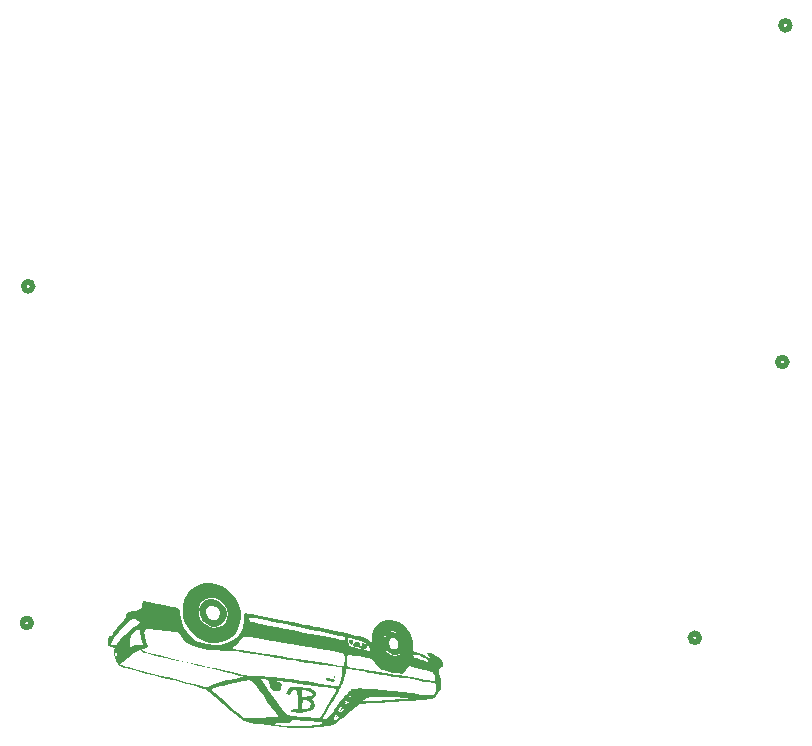
<source format=gbr>
%TF.GenerationSoftware,KiCad,Pcbnew,9.0.5*%
%TF.CreationDate,2025-11-19T11:21:45-07:00*%
%TF.ProjectId,USlave,55536c61-7665-42e6-9b69-6361645f7063,rev?*%
%TF.SameCoordinates,Original*%
%TF.FileFunction,Legend,Bot*%
%TF.FilePolarity,Positive*%
%FSLAX46Y46*%
G04 Gerber Fmt 4.6, Leading zero omitted, Abs format (unit mm)*
G04 Created by KiCad (PCBNEW 9.0.5) date 2025-11-19 11:21:45*
%MOMM*%
%LPD*%
G01*
G04 APERTURE LIST*
%ADD10C,0.508000*%
%ADD11C,0.000000*%
G04 APERTURE END LIST*
D10*
%TO.C,J9*%
X222681001Y-53884500D02*
G75*
G02*
X221919001Y-53884500I-381000J0D01*
G01*
X221919001Y-53884500D02*
G75*
G02*
X222681001Y-53884500I381000J0D01*
G01*
%TO.C,J6*%
X158573537Y-75982317D02*
G75*
G02*
X157811537Y-75982317I-381000J0D01*
G01*
X157811537Y-75982317D02*
G75*
G02*
X158573537Y-75982317I381000J0D01*
G01*
%TO.C,J8*%
X222423999Y-82384499D02*
G75*
G02*
X221661999Y-82384499I-381000J0D01*
G01*
X221661999Y-82384499D02*
G75*
G02*
X222423999Y-82384499I381000J0D01*
G01*
%TO.C,J7*%
X158460538Y-104482316D02*
G75*
G02*
X157698538Y-104482316I-381000J0D01*
G01*
X157698538Y-104482316D02*
G75*
G02*
X158460538Y-104482316I381000J0D01*
G01*
%TO.C,J1*%
X215018000Y-105735700D02*
G75*
G02*
X214256000Y-105735700I-381000J0D01*
G01*
X214256000Y-105735700D02*
G75*
G02*
X215018000Y-105735700I381000J0D01*
G01*
D11*
%TO.C,G\u002A\u002A\u002A*%
G36*
X184183956Y-108996257D02*
G01*
X184190325Y-109079696D01*
X184175953Y-109096417D01*
X184092514Y-109102785D01*
X184075792Y-109088414D01*
X184069424Y-109004975D01*
X184083796Y-108988253D01*
X184167235Y-108981885D01*
X184183956Y-108996257D01*
G37*
G36*
X184335010Y-112399512D02*
G01*
X184265110Y-112490086D01*
X184198212Y-112543669D01*
X184161784Y-112537798D01*
X184170631Y-112502912D01*
X184237303Y-112406665D01*
X184279455Y-112372242D01*
X184340629Y-112358953D01*
X184335010Y-112399512D01*
G37*
G36*
X183647484Y-109161972D02*
G01*
X183854050Y-109201452D01*
X184070250Y-109266409D01*
X184180620Y-109336385D01*
X184174307Y-109406344D01*
X184120033Y-109432502D01*
X183970743Y-109439735D01*
X183781923Y-109412265D01*
X183595341Y-109360034D01*
X183452762Y-109292984D01*
X183395955Y-109221059D01*
X183408663Y-109170957D01*
X183481939Y-109145292D01*
X183647484Y-109161972D01*
G37*
G36*
X185670326Y-105934965D02*
G01*
X185718415Y-105979019D01*
X185717051Y-105990588D01*
X185675662Y-106155161D01*
X185609931Y-106275898D01*
X185541723Y-106311639D01*
X185489669Y-106273422D01*
X185408872Y-106161073D01*
X185384069Y-106106657D01*
X185438166Y-106106657D01*
X185470075Y-106138566D01*
X185501985Y-106106657D01*
X185470075Y-106074747D01*
X185438166Y-106106657D01*
X185384069Y-106106657D01*
X185350252Y-106032466D01*
X185344233Y-105944203D01*
X185346149Y-105941442D01*
X185426069Y-105910768D01*
X185553502Y-105910412D01*
X185670326Y-105934965D01*
G37*
G36*
X174116043Y-102513979D02*
G01*
X174428423Y-102679480D01*
X174698285Y-102922699D01*
X174900800Y-103233704D01*
X174912893Y-103259905D01*
X175017739Y-103590943D01*
X175010906Y-103900421D01*
X174892060Y-104226426D01*
X174810146Y-104357151D01*
X174576012Y-104584610D01*
X174285411Y-104740512D01*
X173980559Y-104798365D01*
X173881713Y-104788715D01*
X173626489Y-104710221D01*
X173354291Y-104573926D01*
X173111752Y-104405424D01*
X172945509Y-104230309D01*
X172898723Y-104155763D01*
X172739195Y-103787432D01*
X172711135Y-103566298D01*
X173256098Y-103566298D01*
X173313662Y-103779495D01*
X173439547Y-103970495D01*
X173615352Y-104119036D01*
X173822678Y-104204856D01*
X174043122Y-104207693D01*
X174258286Y-104107285D01*
X174364525Y-103980139D01*
X174441952Y-103727572D01*
X174450945Y-103651314D01*
X174447074Y-103505034D01*
X174387910Y-103384922D01*
X174252460Y-103236580D01*
X174103269Y-103113136D01*
X173858743Y-103011371D01*
X173621062Y-103029277D01*
X173405365Y-103168078D01*
X173285256Y-103351166D01*
X173256098Y-103566298D01*
X172711135Y-103566298D01*
X172693384Y-103426401D01*
X172758579Y-103089733D01*
X172932070Y-102794491D01*
X173211148Y-102557737D01*
X173463041Y-102455868D01*
X173785973Y-102436131D01*
X174116043Y-102513979D01*
G37*
G36*
X173659571Y-101118494D02*
G01*
X174129818Y-101199727D01*
X174563800Y-101355365D01*
X175041250Y-101643790D01*
X175452155Y-102016250D01*
X175781828Y-102451823D01*
X176023588Y-102933387D01*
X176170748Y-103443821D01*
X176216625Y-103966006D01*
X176154535Y-104482819D01*
X175977794Y-104977141D01*
X175776295Y-105303054D01*
X175432782Y-105662068D01*
X175017852Y-105935364D01*
X174552172Y-106113023D01*
X174056412Y-106185125D01*
X173551240Y-106141750D01*
X173106970Y-106010001D01*
X172598843Y-105750688D01*
X172154908Y-105400323D01*
X171787660Y-104973988D01*
X171509598Y-104486764D01*
X171333219Y-103953732D01*
X171290059Y-103562559D01*
X172622624Y-103562559D01*
X172651372Y-103786781D01*
X172782189Y-104150866D01*
X173019048Y-104449852D01*
X173368745Y-104694046D01*
X173564853Y-104785124D01*
X173943235Y-104875893D01*
X174296706Y-104848143D01*
X174613645Y-104703786D01*
X174882433Y-104444737D01*
X174939384Y-104361040D01*
X175063513Y-104044528D01*
X175088219Y-103695701D01*
X175020865Y-103340906D01*
X174868814Y-103006487D01*
X174639428Y-102718789D01*
X174340072Y-102504158D01*
X173990213Y-102374208D01*
X173617213Y-102342434D01*
X173271996Y-102425028D01*
X172971790Y-102620523D01*
X172859125Y-102733579D01*
X172700993Y-102963444D01*
X172627303Y-103225893D01*
X172622624Y-103562559D01*
X171290059Y-103562559D01*
X171271017Y-103389974D01*
X171285881Y-103099950D01*
X171398138Y-102577013D01*
X171613444Y-102112692D01*
X171923403Y-101719102D01*
X172319620Y-101408359D01*
X172793699Y-101192580D01*
X173196800Y-101115687D01*
X173659571Y-101118494D01*
G37*
G36*
X180994597Y-109929462D02*
G01*
X181301841Y-109936652D01*
X181354618Y-109938413D01*
X181670230Y-109952244D01*
X181892848Y-109972096D01*
X182052896Y-110003663D01*
X182180802Y-110052637D01*
X182306991Y-110124710D01*
X182474858Y-110262271D01*
X182570713Y-110440610D01*
X182545011Y-110618452D01*
X182396036Y-110783110D01*
X182225766Y-110907143D01*
X182364127Y-111131016D01*
X182428746Y-111241901D01*
X182489457Y-111406101D01*
X182465611Y-111543702D01*
X182356599Y-111700675D01*
X182205536Y-111843309D01*
X181949320Y-111975173D01*
X181610349Y-112049758D01*
X181170447Y-112072765D01*
X180996455Y-112070633D01*
X180719685Y-112053041D01*
X180550253Y-112014282D01*
X180475029Y-111950244D01*
X180480883Y-111856816D01*
X180487438Y-111842737D01*
X180585063Y-111775746D01*
X180787176Y-111754647D01*
X181054263Y-111754647D01*
X181417563Y-111754647D01*
X181656884Y-111752617D01*
X181687491Y-111751973D01*
X181930336Y-111704795D01*
X182072963Y-111581071D01*
X182119573Y-111377395D01*
X182110417Y-111265484D01*
X182048910Y-111162642D01*
X181898256Y-111081290D01*
X181779289Y-111033773D01*
X181589688Y-110982191D01*
X181480131Y-111012906D01*
X181429722Y-111138544D01*
X181417563Y-111371732D01*
X181417563Y-111754647D01*
X181054263Y-111754647D01*
X181033674Y-111371732D01*
X181012426Y-110976555D01*
X180997829Y-110746697D01*
X180996557Y-110733541D01*
X181353744Y-110733541D01*
X181647038Y-110733541D01*
X181717736Y-110730144D01*
X181918488Y-110693779D01*
X182110427Y-110629628D01*
X182254344Y-110552765D01*
X182311030Y-110478265D01*
X182310249Y-110474476D01*
X182250530Y-110415805D01*
X182124835Y-110331977D01*
X182078373Y-110307590D01*
X181872475Y-110231941D01*
X181646192Y-110181905D01*
X181353744Y-110141820D01*
X181353744Y-110437681D01*
X181353744Y-110733541D01*
X180996557Y-110733541D01*
X180968209Y-110440316D01*
X180967754Y-110437681D01*
X180933318Y-110238046D01*
X180894832Y-110151643D01*
X180775569Y-110135591D01*
X180617380Y-110188173D01*
X180477548Y-110286184D01*
X180407973Y-110402844D01*
X180365200Y-110501718D01*
X180236237Y-110542084D01*
X180133399Y-110527506D01*
X180043337Y-110474843D01*
X180038124Y-110417003D01*
X180091820Y-110286085D01*
X180193734Y-110136983D01*
X180315301Y-110009242D01*
X180427955Y-109942404D01*
X180524210Y-109933211D01*
X180725053Y-109928383D01*
X180994597Y-109929462D01*
G37*
G36*
X168107040Y-102655521D02*
G01*
X168259815Y-102674392D01*
X168478214Y-102711442D01*
X168777008Y-102768935D01*
X169170963Y-102849135D01*
X169674849Y-102954306D01*
X169687761Y-102957017D01*
X170058461Y-103034438D01*
X170384700Y-103101794D01*
X170646376Y-103154996D01*
X170823386Y-103189955D01*
X170895624Y-103202583D01*
X170953808Y-103262034D01*
X171019747Y-103428344D01*
X171086578Y-103681284D01*
X171147905Y-104000627D01*
X171234482Y-104416071D01*
X171394357Y-104871574D01*
X171621336Y-105259705D01*
X171930093Y-105610669D01*
X172032397Y-105705899D01*
X172228666Y-105861533D01*
X172439615Y-105983230D01*
X172693270Y-106083153D01*
X173017659Y-106173466D01*
X173440807Y-106266333D01*
X173509865Y-106280046D01*
X173966866Y-106345472D01*
X174365054Y-106345490D01*
X174751185Y-106276556D01*
X175172015Y-106135128D01*
X175192864Y-106126862D01*
X175555357Y-105959298D01*
X175824938Y-105772589D01*
X176034279Y-105538354D01*
X176216050Y-105228214D01*
X176280433Y-105096947D01*
X176366424Y-104895352D01*
X176414373Y-104714089D01*
X176435162Y-104503873D01*
X176439673Y-104215419D01*
X176440121Y-104158440D01*
X176916324Y-104158440D01*
X176934893Y-104257403D01*
X176982819Y-104369591D01*
X177104492Y-104415451D01*
X177144050Y-104418077D01*
X177308815Y-104442431D01*
X177544822Y-104486852D01*
X177815017Y-104544603D01*
X177869230Y-104556784D01*
X178210864Y-104630950D01*
X178565614Y-104704490D01*
X178864799Y-104763106D01*
X178977620Y-104784410D01*
X179252956Y-104837375D01*
X179610195Y-104906927D01*
X180034540Y-104990118D01*
X180511196Y-105084002D01*
X181025368Y-105185634D01*
X181562261Y-105292067D01*
X182107078Y-105400354D01*
X182645026Y-105507551D01*
X183161307Y-105610711D01*
X183641128Y-105706887D01*
X184069692Y-105793133D01*
X184432205Y-105866504D01*
X184713870Y-105924053D01*
X184899893Y-105962834D01*
X184975477Y-105979901D01*
X185029456Y-105964019D01*
X185055251Y-105847375D01*
X185036129Y-105738313D01*
X185006177Y-105701616D01*
X185233683Y-105701616D01*
X185277239Y-105992069D01*
X185290217Y-106073874D01*
X185323937Y-106254054D01*
X185351799Y-106363317D01*
X185353683Y-106366786D01*
X185432885Y-106414147D01*
X185597648Y-106477302D01*
X185813654Y-106546529D01*
X186046588Y-106612104D01*
X186262132Y-106664306D01*
X186425970Y-106693411D01*
X186503785Y-106689698D01*
X186505022Y-106688133D01*
X186464429Y-106655962D01*
X186339838Y-106619012D01*
X186305139Y-106610708D01*
X186191812Y-106556048D01*
X186181747Y-106469346D01*
X186195621Y-106403952D01*
X186155517Y-106446347D01*
X186054491Y-106500046D01*
X185862310Y-106487109D01*
X185823115Y-106479365D01*
X185685311Y-106444244D01*
X185629623Y-106416066D01*
X185637101Y-106391297D01*
X185655536Y-106361933D01*
X185884899Y-106361933D01*
X185916809Y-106393843D01*
X185948719Y-106361933D01*
X185916809Y-106330024D01*
X185884899Y-106361933D01*
X185655536Y-106361933D01*
X185700489Y-106290330D01*
X185799325Y-106164193D01*
X185897954Y-106056516D01*
X185960720Y-106010928D01*
X185984466Y-106021640D01*
X186012538Y-106106657D01*
X186019738Y-106150695D01*
X186076357Y-106202385D01*
X186091611Y-106200531D01*
X186140176Y-106138566D01*
X186154870Y-106070598D01*
X186199587Y-106078950D01*
X186253912Y-106164426D01*
X186296736Y-106304635D01*
X186313200Y-106384513D01*
X186350310Y-106491846D01*
X186384319Y-106472257D01*
X186386777Y-106461428D01*
X186586910Y-106461428D01*
X186600497Y-106533850D01*
X186650729Y-106553390D01*
X186675653Y-106530641D01*
X186714548Y-106421986D01*
X186707969Y-106381442D01*
X186650729Y-106330024D01*
X186612947Y-106355696D01*
X186586910Y-106461428D01*
X186386777Y-106461428D01*
X186417477Y-106326148D01*
X186461176Y-106214602D01*
X186562513Y-106192816D01*
X186708767Y-106235449D01*
X186849802Y-106314947D01*
X186906005Y-106400284D01*
X186873541Y-106527676D01*
X186779328Y-106659170D01*
X186664438Y-106720489D01*
X186652566Y-106721765D01*
X186647063Y-106742463D01*
X186746457Y-106776757D01*
X186760073Y-106780197D01*
X186991885Y-106826173D01*
X187121162Y-106819512D01*
X187161281Y-106759662D01*
X187154972Y-106714847D01*
X187077391Y-106552725D01*
X186935386Y-106367400D01*
X186759344Y-106194847D01*
X186579652Y-106071045D01*
X186545363Y-106054659D01*
X186336930Y-105975334D01*
X186064414Y-105892089D01*
X185777573Y-105820471D01*
X185233683Y-105701616D01*
X185006177Y-105701616D01*
X184975477Y-105664003D01*
X184933931Y-105652812D01*
X184769152Y-105612858D01*
X184518347Y-105554678D01*
X184207501Y-105484073D01*
X183862595Y-105406842D01*
X183509613Y-105328784D01*
X183174537Y-105255698D01*
X182883350Y-105193384D01*
X182662035Y-105147641D01*
X182532503Y-105121173D01*
X182199534Y-105050145D01*
X181829558Y-104968255D01*
X181481382Y-104888415D01*
X181481139Y-104888358D01*
X181102299Y-104803331D01*
X180626689Y-104702542D01*
X180083330Y-104591732D01*
X179501245Y-104476637D01*
X178909455Y-104362997D01*
X178336982Y-104256550D01*
X177812848Y-104163034D01*
X177468351Y-104103263D01*
X177212041Y-104062121D01*
X177046660Y-104045135D01*
X176954231Y-104054238D01*
X176916778Y-104091363D01*
X176916324Y-104158440D01*
X176440121Y-104158440D01*
X176440835Y-104067627D01*
X176452386Y-103825803D01*
X176477930Y-103690676D01*
X176519447Y-103648148D01*
X176526457Y-103648538D01*
X176631728Y-103664271D01*
X176839750Y-103700372D01*
X177131743Y-103753275D01*
X177488926Y-103819417D01*
X177892517Y-103895232D01*
X178323735Y-103977157D01*
X178763800Y-104061628D01*
X179193931Y-104145079D01*
X179595347Y-104223947D01*
X179949267Y-104294667D01*
X180236910Y-104353675D01*
X180292454Y-104365268D01*
X180635337Y-104435778D01*
X180990716Y-104507442D01*
X181289925Y-104566389D01*
X181557868Y-104618769D01*
X181920960Y-104690956D01*
X182247211Y-104756958D01*
X182418906Y-104791740D01*
X182719160Y-104851776D01*
X183088032Y-104924970D01*
X183494241Y-105005116D01*
X183906508Y-105086013D01*
X184156619Y-105136298D01*
X184652735Y-105242019D01*
X185166525Y-105357880D01*
X185650221Y-105472982D01*
X186056056Y-105576426D01*
X186207386Y-105617086D01*
X186533695Y-105707142D01*
X186763109Y-105777036D01*
X186915109Y-105835044D01*
X187009176Y-105889440D01*
X187064788Y-105948499D01*
X187101426Y-106020497D01*
X187111002Y-106043315D01*
X187185391Y-106189273D01*
X187236147Y-106215212D01*
X187266621Y-106118835D01*
X187273893Y-106000132D01*
X188250191Y-106000132D01*
X188263322Y-106293104D01*
X188339237Y-106578927D01*
X188478975Y-106825249D01*
X188668421Y-107023191D01*
X188944049Y-107198231D01*
X189225984Y-107263762D01*
X189496749Y-107216616D01*
X189579200Y-107161111D01*
X190804481Y-107161111D01*
X190809705Y-107233489D01*
X190818781Y-107272556D01*
X190865510Y-107342835D01*
X190968428Y-107410871D01*
X191149633Y-107489378D01*
X191431224Y-107591069D01*
X191602970Y-107649073D01*
X191829990Y-107720343D01*
X191990868Y-107763925D01*
X192058631Y-107772037D01*
X192064905Y-107764842D01*
X192060666Y-107678520D01*
X191956146Y-107568175D01*
X191770009Y-107448943D01*
X191520923Y-107335962D01*
X191241218Y-107230025D01*
X191025854Y-107153625D01*
X190893788Y-107118476D01*
X190826253Y-107121872D01*
X190804481Y-107161111D01*
X189579200Y-107161111D01*
X189738867Y-107053626D01*
X189798216Y-106988074D01*
X189955033Y-106706619D01*
X190012857Y-106389040D01*
X189977446Y-106062606D01*
X189854555Y-105754588D01*
X189649939Y-105492257D01*
X189369354Y-105302883D01*
X189307509Y-105275457D01*
X189103563Y-105204061D01*
X188946681Y-105196861D01*
X188788668Y-105249422D01*
X188739499Y-105274461D01*
X188742605Y-105289826D01*
X188861831Y-105273228D01*
X189014048Y-105264409D01*
X189297485Y-105334827D01*
X189558205Y-105502018D01*
X189770168Y-105746652D01*
X189907339Y-106049398D01*
X189919683Y-106096721D01*
X189952213Y-106433679D01*
X189889128Y-106721302D01*
X189748994Y-106949076D01*
X189550380Y-107106488D01*
X189311851Y-107183024D01*
X189051974Y-107168172D01*
X188789317Y-107051418D01*
X188542446Y-106822248D01*
X188516349Y-106789198D01*
X188408900Y-106620677D01*
X188350575Y-106436485D01*
X188326534Y-106219663D01*
X188702541Y-106219663D01*
X188786308Y-106453097D01*
X188828552Y-106525341D01*
X188984211Y-106669213D01*
X189204154Y-106712938D01*
X189361749Y-106663600D01*
X189471741Y-106527471D01*
X189518295Y-106337054D01*
X189493719Y-106124962D01*
X189390318Y-105923806D01*
X189312290Y-105844893D01*
X189129049Y-105760102D01*
X188943204Y-105777084D01*
X188792287Y-105897490D01*
X188724087Y-106021539D01*
X188702541Y-106219663D01*
X188326534Y-106219663D01*
X188322232Y-106180868D01*
X188313519Y-105983575D01*
X188326611Y-105822050D01*
X188376970Y-105699346D01*
X188476709Y-105567352D01*
X188488004Y-105553895D01*
X188580992Y-105435821D01*
X188591555Y-105397023D01*
X188523993Y-105424509D01*
X188408122Y-105522148D01*
X188298805Y-105732363D01*
X188250191Y-106000132D01*
X187273893Y-106000132D01*
X187280160Y-105897843D01*
X187283875Y-105823314D01*
X187334503Y-105496049D01*
X187426654Y-105189642D01*
X187508763Y-105013908D01*
X187764424Y-104659283D01*
X188092742Y-104402026D01*
X188479906Y-104248591D01*
X188912102Y-104205432D01*
X189375519Y-104279003D01*
X189569742Y-104367070D01*
X189818175Y-104534441D01*
X190074272Y-104748719D01*
X190303301Y-104980659D01*
X190470531Y-105201019D01*
X190622034Y-105507126D01*
X190759584Y-105967898D01*
X190810887Y-106438344D01*
X190813267Y-106833850D01*
X191288871Y-106993757D01*
X191303805Y-106998836D01*
X191568979Y-107105587D01*
X191813426Y-107230691D01*
X191985953Y-107348126D01*
X192166900Y-107489806D01*
X192288887Y-107550387D01*
X192329210Y-107524927D01*
X192278547Y-107420315D01*
X192127578Y-107243440D01*
X192067171Y-107176844D01*
X191981855Y-107057418D01*
X191967633Y-106990842D01*
X191987201Y-106982893D01*
X192103737Y-106998729D01*
X192288489Y-107058184D01*
X192509881Y-107147819D01*
X192736336Y-107254197D01*
X192936275Y-107363879D01*
X193078124Y-107463427D01*
X193210515Y-107613870D01*
X193316891Y-107876041D01*
X193319187Y-107889889D01*
X193331624Y-108033280D01*
X193298728Y-108140768D01*
X193199819Y-108247325D01*
X193014219Y-108387924D01*
X192972524Y-108420372D01*
X192933902Y-108481993D01*
X192944582Y-108580214D01*
X193003349Y-108756095D01*
X193058565Y-108959668D01*
X193108409Y-109237114D01*
X193139774Y-109520978D01*
X193151074Y-109698648D01*
X193151656Y-109889180D01*
X193121673Y-110034633D01*
X193048649Y-110184195D01*
X192920108Y-110387050D01*
X192834188Y-110514114D01*
X192694043Y-110688256D01*
X192543949Y-110813495D01*
X192360369Y-110899423D01*
X192119766Y-110955629D01*
X191798602Y-110991701D01*
X191373342Y-111017230D01*
X191197705Y-111026305D01*
X190779493Y-111050785D01*
X190303592Y-111081505D01*
X189816082Y-111115434D01*
X189363040Y-111149538D01*
X189163248Y-111164863D01*
X188668563Y-111199989D01*
X188148767Y-111233704D01*
X187654617Y-111262797D01*
X187236870Y-111284056D01*
X186259443Y-111327916D01*
X185226568Y-112185286D01*
X185145285Y-112252600D01*
X184831494Y-112509533D01*
X184546191Y-112738717D01*
X184306671Y-112926544D01*
X184130225Y-113059405D01*
X184034146Y-113123692D01*
X184027861Y-113126567D01*
X183904061Y-113157959D01*
X183677863Y-113195697D01*
X183371722Y-113236741D01*
X183008090Y-113278050D01*
X182609420Y-113316585D01*
X182589481Y-113318346D01*
X182115265Y-113357898D01*
X181734498Y-113383187D01*
X181415052Y-113394767D01*
X181124803Y-113393187D01*
X180831624Y-113379000D01*
X180503390Y-113352759D01*
X179784980Y-113284505D01*
X179102718Y-113212663D01*
X178472113Y-113139223D01*
X177905778Y-113065915D01*
X177748736Y-113042991D01*
X178995578Y-113042991D01*
X179035252Y-113064288D01*
X179168049Y-113090017D01*
X179405283Y-113122737D01*
X179758266Y-113165008D01*
X179805072Y-113170376D01*
X180207083Y-113211578D01*
X180556343Y-113234916D01*
X180897756Y-113241352D01*
X181276226Y-113231848D01*
X181736658Y-113207363D01*
X181983112Y-113190549D01*
X182435520Y-113147816D01*
X182777783Y-113096940D01*
X183005545Y-113038887D01*
X183114452Y-112974621D01*
X183100147Y-112905109D01*
X183099570Y-112904620D01*
X183017866Y-112883940D01*
X182830197Y-112857514D01*
X182557379Y-112827628D01*
X182220226Y-112796569D01*
X181839553Y-112766624D01*
X180634156Y-112679377D01*
X180439089Y-112823293D01*
X180382938Y-112861778D01*
X180241750Y-112926833D01*
X180059687Y-112958997D01*
X179793732Y-112967912D01*
X179553084Y-112973479D01*
X179287652Y-112989935D01*
X179088166Y-113013359D01*
X179037716Y-113023564D01*
X178995578Y-113042991D01*
X177748736Y-113042991D01*
X177416327Y-112994468D01*
X177016371Y-112926612D01*
X176718525Y-112864077D01*
X176535402Y-112808593D01*
X176446847Y-112756903D01*
X176264136Y-112626598D01*
X176162275Y-112548280D01*
X183140678Y-112548280D01*
X183142122Y-112552415D01*
X183213549Y-112575060D01*
X183359426Y-112584295D01*
X183387173Y-112583966D01*
X183461840Y-112574971D01*
X183516266Y-112550970D01*
X184059207Y-112550970D01*
X184117779Y-112631461D01*
X184176237Y-112680002D01*
X184250524Y-112679215D01*
X184360594Y-112591142D01*
X184507171Y-112454585D01*
X184376435Y-112323849D01*
X184245700Y-112193113D01*
X184133620Y-112364168D01*
X184074637Y-112462834D01*
X184059207Y-112550970D01*
X183516266Y-112550970D01*
X183533718Y-112543274D01*
X183615326Y-112475130D01*
X183719182Y-112356795D01*
X183857804Y-112174523D01*
X184043711Y-111914569D01*
X184062323Y-111887953D01*
X184461626Y-111887953D01*
X184536432Y-111970533D01*
X184628193Y-112043681D01*
X184710571Y-112063646D01*
X184736156Y-111978014D01*
X184747275Y-111933370D01*
X184831884Y-111882285D01*
X184875922Y-111875085D01*
X184927613Y-111818466D01*
X184923489Y-111795042D01*
X184860163Y-111755813D01*
X184764856Y-111776907D01*
X184695415Y-111850375D01*
X184671094Y-111895227D01*
X184598071Y-111946104D01*
X184584012Y-111906080D01*
X184636808Y-111804266D01*
X184702925Y-111697207D01*
X184736156Y-111612808D01*
X184712854Y-111565665D01*
X184637655Y-111598688D01*
X184531407Y-111717262D01*
X184469021Y-111811326D01*
X184461626Y-111887953D01*
X184062323Y-111887953D01*
X184289422Y-111563189D01*
X184313881Y-111528153D01*
X184433155Y-111361127D01*
X184935150Y-111361127D01*
X185023342Y-111367673D01*
X185124102Y-111349051D01*
X185274861Y-111273974D01*
X185317128Y-111240897D01*
X185356302Y-111191721D01*
X185293987Y-111180275D01*
X185231405Y-111165211D01*
X185131073Y-111076351D01*
X185129704Y-111074646D01*
X186559470Y-111074646D01*
X186582668Y-111098372D01*
X186666869Y-111110452D01*
X186828688Y-111112154D01*
X187084744Y-111104747D01*
X187451651Y-111089499D01*
X187528276Y-111086036D01*
X187931464Y-111064900D01*
X188337301Y-111039476D01*
X188702385Y-111012659D01*
X188983309Y-110987343D01*
X189045623Y-110981015D01*
X189371950Y-110953511D01*
X189695116Y-110933918D01*
X189953367Y-110926132D01*
X190142597Y-110919119D01*
X190294133Y-110899263D01*
X190352236Y-110871251D01*
X190297271Y-110852937D01*
X190133939Y-110832041D01*
X189882134Y-110811070D01*
X189561895Y-110791678D01*
X189193262Y-110775522D01*
X188727558Y-110759769D01*
X188196077Y-110746520D01*
X187767922Y-110743846D01*
X187429246Y-110753072D01*
X187166205Y-110775519D01*
X186964953Y-110812511D01*
X186811646Y-110865372D01*
X186692438Y-110935425D01*
X186593484Y-111023992D01*
X186580658Y-111038007D01*
X186559470Y-111074646D01*
X185129704Y-111074646D01*
X185088736Y-111023606D01*
X185031132Y-111040031D01*
X185020446Y-111068856D01*
X185058029Y-111150082D01*
X185081728Y-111194204D01*
X185011206Y-111280101D01*
X184956570Y-111322886D01*
X184935150Y-111361127D01*
X184433155Y-111361127D01*
X184536714Y-111216108D01*
X184738732Y-110945376D01*
X184907260Y-110732060D01*
X185023382Y-110599393D01*
X185284996Y-110599393D01*
X185317179Y-110687776D01*
X185418442Y-110804038D01*
X185515254Y-110887606D01*
X185557903Y-110903143D01*
X185542575Y-110835995D01*
X185532333Y-110751748D01*
X185600332Y-110603009D01*
X185653470Y-110523221D01*
X185636982Y-110450904D01*
X185576460Y-110458586D01*
X185498327Y-110548918D01*
X185498209Y-110549139D01*
X185430122Y-110637071D01*
X185375464Y-110607711D01*
X185346625Y-110575225D01*
X185288562Y-110589813D01*
X185284996Y-110599393D01*
X185023382Y-110599393D01*
X185029624Y-110592262D01*
X185093148Y-110542084D01*
X185174288Y-110500417D01*
X185258321Y-110382536D01*
X185327974Y-110275024D01*
X185409672Y-110222988D01*
X185450422Y-110211972D01*
X185525064Y-110127260D01*
X185556471Y-110099331D01*
X185700457Y-110061169D01*
X185940949Y-110037418D01*
X186258567Y-110028416D01*
X186633931Y-110034498D01*
X187047661Y-110056003D01*
X187480377Y-110093266D01*
X187680332Y-110113219D01*
X188022506Y-110145591D01*
X188429651Y-110182742D01*
X188866859Y-110221498D01*
X189299221Y-110258685D01*
X189640321Y-110290152D01*
X190073309Y-110336772D01*
X190480726Y-110387390D01*
X190828653Y-110437731D01*
X191083168Y-110483520D01*
X191158051Y-110498897D01*
X191479584Y-110553360D01*
X191794921Y-110591521D01*
X192045284Y-110605903D01*
X192167476Y-110602887D01*
X192431841Y-110557809D01*
X192599658Y-110445744D01*
X192687900Y-110250148D01*
X192713543Y-109954472D01*
X192712312Y-109850019D01*
X192690481Y-109670390D01*
X192620699Y-109571529D01*
X192476518Y-109529652D01*
X192231494Y-109520978D01*
X192146560Y-109517396D01*
X191934369Y-109494041D01*
X191680996Y-109454522D01*
X191419986Y-109405395D01*
X191184887Y-109353218D01*
X191009245Y-109304546D01*
X190926608Y-109265937D01*
X190924738Y-109264295D01*
X190841442Y-109241983D01*
X190658839Y-109212097D01*
X190402240Y-109178342D01*
X190096960Y-109144427D01*
X189792891Y-109110934D01*
X189428530Y-109065364D01*
X189099814Y-109018886D01*
X188852487Y-108977633D01*
X188751921Y-108959429D01*
X188446306Y-108910855D01*
X188095349Y-108861836D01*
X187756674Y-108820627D01*
X187604905Y-108801785D01*
X187277169Y-108749196D01*
X186976548Y-108686825D01*
X186753118Y-108624461D01*
X186604311Y-108578211D01*
X186356620Y-108521721D01*
X186157725Y-108499517D01*
X186155025Y-108499509D01*
X185920256Y-108482230D01*
X185693442Y-108441892D01*
X185549928Y-108405055D01*
X185332185Y-108352217D01*
X185203715Y-108333968D01*
X185141031Y-108353414D01*
X185120646Y-108413657D01*
X185119070Y-108517803D01*
X185119027Y-108526378D01*
X185102355Y-108688821D01*
X185064660Y-108790250D01*
X185040448Y-108831687D01*
X184985451Y-108975387D01*
X184928455Y-109169973D01*
X184904511Y-109254380D01*
X184807107Y-109525798D01*
X184695680Y-109768338D01*
X184644875Y-109865655D01*
X184572945Y-110019281D01*
X184544698Y-110104650D01*
X184540499Y-110117917D01*
X184487702Y-110222524D01*
X184381949Y-110413539D01*
X184232813Y-110674157D01*
X184049868Y-110987572D01*
X183842688Y-111336978D01*
X183764382Y-111468301D01*
X183565266Y-111804380D01*
X183393806Y-112096863D01*
X183259534Y-112329306D01*
X183171981Y-112485260D01*
X183140678Y-112548280D01*
X176162275Y-112548280D01*
X176014570Y-112434713D01*
X175713802Y-112194139D01*
X175377481Y-111917765D01*
X175021259Y-111618480D01*
X174660786Y-111309174D01*
X174311713Y-111002736D01*
X173989691Y-110712055D01*
X173771540Y-110517541D01*
X173535480Y-110319251D01*
X173335417Y-110163676D01*
X173232595Y-110095502D01*
X173759271Y-110095502D01*
X173774907Y-110119038D01*
X173869256Y-110218378D01*
X174036135Y-110380414D01*
X174260687Y-110591577D01*
X174528060Y-110838301D01*
X174823397Y-111107017D01*
X175131845Y-111384159D01*
X175438548Y-111656158D01*
X175728652Y-111909447D01*
X175987302Y-112130459D01*
X176471583Y-112538181D01*
X177897583Y-112502030D01*
X178099618Y-112496568D01*
X178494620Y-112483796D01*
X178836659Y-112469957D01*
X179107070Y-112455956D01*
X179287194Y-112442700D01*
X179358367Y-112431095D01*
X179360178Y-112408605D01*
X179309516Y-112304432D01*
X179200924Y-112143580D01*
X179052606Y-111951914D01*
X178882765Y-111755299D01*
X178870999Y-111742334D01*
X178776092Y-111626495D01*
X178737161Y-111557813D01*
X178734397Y-111547606D01*
X178678681Y-111461867D01*
X178573879Y-111333794D01*
X178562576Y-111320805D01*
X178426325Y-111145153D01*
X178320254Y-110979225D01*
X178259599Y-110874916D01*
X178125881Y-110667945D01*
X177955641Y-110419987D01*
X177766790Y-110155557D01*
X177577240Y-109899169D01*
X177404903Y-109675340D01*
X177267691Y-109508583D01*
X177183515Y-109423414D01*
X177069389Y-109367955D01*
X176888162Y-109335978D01*
X176845387Y-109339580D01*
X176656613Y-109368764D01*
X176373276Y-109422964D01*
X176016488Y-109497671D01*
X175607364Y-109588376D01*
X175167016Y-109690569D01*
X174716558Y-109799743D01*
X174519118Y-109848751D01*
X174211304Y-109926014D01*
X174000163Y-109981344D01*
X173867543Y-110020349D01*
X173795290Y-110048638D01*
X173765250Y-110071819D01*
X173759271Y-110095502D01*
X173232595Y-110095502D01*
X173199489Y-110073552D01*
X173195973Y-110071784D01*
X173082376Y-110031038D01*
X172858804Y-109963492D01*
X172538290Y-109872665D01*
X172133863Y-109762078D01*
X171658556Y-109635251D01*
X171125399Y-109495702D01*
X170547424Y-109346953D01*
X169937663Y-109192522D01*
X169645436Y-109119067D01*
X168881091Y-108926466D01*
X168228691Y-108761162D01*
X167679335Y-108620737D01*
X167224122Y-108502772D01*
X166854149Y-108404851D01*
X166560516Y-108324554D01*
X166334320Y-108259465D01*
X166166660Y-108207165D01*
X166048635Y-108165236D01*
X165971343Y-108131261D01*
X165925883Y-108102821D01*
X165866632Y-108033300D01*
X165811058Y-107951576D01*
X165983925Y-107951576D01*
X165986411Y-107980451D01*
X166006820Y-108009617D01*
X166053986Y-108041593D01*
X166136743Y-108078896D01*
X166263927Y-108124043D01*
X166444373Y-108179552D01*
X166686914Y-108247941D01*
X167000387Y-108331727D01*
X167393625Y-108433428D01*
X167875464Y-108555561D01*
X168454739Y-108700644D01*
X169140283Y-108871195D01*
X169940933Y-109069731D01*
X170051815Y-109097219D01*
X170660734Y-109248663D01*
X171233623Y-109391960D01*
X171757924Y-109523914D01*
X172221079Y-109641330D01*
X172610530Y-109741012D01*
X172913717Y-109819767D01*
X173118084Y-109874398D01*
X173211072Y-109901712D01*
X173266460Y-109919430D01*
X173411559Y-109919588D01*
X173587479Y-109838842D01*
X173706313Y-109776665D01*
X173934747Y-109675231D01*
X174178396Y-109582000D01*
X174193750Y-109576738D01*
X174403457Y-109512670D01*
X174685878Y-109435809D01*
X175013018Y-109352731D01*
X175356886Y-109270012D01*
X175518062Y-109233288D01*
X177907513Y-109233288D01*
X177911310Y-109243511D01*
X177966139Y-109334711D01*
X178072779Y-109496812D01*
X178214056Y-109705094D01*
X178372798Y-109934837D01*
X178531830Y-110161318D01*
X178673977Y-110359819D01*
X178782067Y-110505617D01*
X178838926Y-110573993D01*
X178912381Y-110659856D01*
X179001552Y-110803688D01*
X179071273Y-110928445D01*
X179236997Y-111188483D01*
X179433747Y-111465384D01*
X179641782Y-111734134D01*
X179841357Y-111969717D01*
X180012732Y-112147117D01*
X180136162Y-112241320D01*
X180269491Y-112280372D01*
X180506141Y-112324282D01*
X180819208Y-112369624D01*
X181182978Y-112413547D01*
X181571736Y-112453198D01*
X181959769Y-112485726D01*
X182321363Y-112508278D01*
X182630804Y-112518003D01*
X182918667Y-112520476D01*
X183237085Y-111994938D01*
X183427571Y-111677810D01*
X183651521Y-111298002D01*
X183855700Y-110944426D01*
X184030800Y-110633647D01*
X184167513Y-110382231D01*
X184256531Y-110206743D01*
X184288543Y-110123750D01*
X184286373Y-110114038D01*
X184248393Y-110083865D01*
X184155235Y-110051502D01*
X183996664Y-110015223D01*
X183762441Y-109973298D01*
X183442330Y-109924000D01*
X183026093Y-109865601D01*
X182503495Y-109796374D01*
X181864296Y-109714591D01*
X181699189Y-109693682D01*
X181219584Y-109632658D01*
X180746111Y-109572030D01*
X180308899Y-109515679D01*
X179938074Y-109467482D01*
X179663764Y-109431318D01*
X179422327Y-109401093D01*
X179156050Y-109374381D01*
X178985653Y-109365635D01*
X178917378Y-109373625D01*
X178957469Y-109397122D01*
X179112165Y-109434894D01*
X179387710Y-109485713D01*
X179494563Y-109511707D01*
X179634527Y-109605910D01*
X179669775Y-109763482D01*
X179604789Y-109994937D01*
X179578051Y-110056724D01*
X179508063Y-110168382D01*
X179406770Y-110214159D01*
X179226131Y-110222988D01*
X179013974Y-110204813D01*
X178808953Y-110114926D01*
X178684318Y-109936596D01*
X178624577Y-109655200D01*
X178606838Y-109525275D01*
X178566643Y-109367852D01*
X178521118Y-109297551D01*
X178427249Y-109278085D01*
X178268829Y-109255774D01*
X178098749Y-109237661D01*
X177962984Y-109228561D01*
X177907513Y-109233288D01*
X175518062Y-109233288D01*
X175689490Y-109194228D01*
X175982836Y-109131955D01*
X176208933Y-109089768D01*
X176339788Y-109074245D01*
X176409477Y-109071171D01*
X176447810Y-109048842D01*
X176365662Y-109004646D01*
X176162034Y-108938274D01*
X175835928Y-108849419D01*
X175386345Y-108737772D01*
X174812286Y-108603026D01*
X174609546Y-108556400D01*
X173556987Y-108314188D01*
X172620662Y-108098390D01*
X171793621Y-107907317D01*
X171068913Y-107739280D01*
X170439590Y-107592591D01*
X169898702Y-107465559D01*
X169439298Y-107356497D01*
X169054429Y-107263715D01*
X168737145Y-107185525D01*
X168480497Y-107120236D01*
X168277534Y-107066161D01*
X168121307Y-107021610D01*
X168004867Y-106984895D01*
X167921262Y-106954326D01*
X167863544Y-106928214D01*
X167824763Y-106904871D01*
X167809768Y-106894344D01*
X167672653Y-106810955D01*
X167581980Y-106776757D01*
X167581371Y-106776766D01*
X167494518Y-106814311D01*
X167332049Y-106913548D01*
X167116676Y-107057892D01*
X166871112Y-107230761D01*
X166618070Y-107415570D01*
X166380262Y-107595736D01*
X166180399Y-107754676D01*
X166041196Y-107875805D01*
X165985363Y-107942540D01*
X165983925Y-107951576D01*
X165811058Y-107951576D01*
X165762304Y-107879880D01*
X165644015Y-107684252D01*
X165643912Y-107684071D01*
X165513935Y-107396919D01*
X165445888Y-107114967D01*
X165444229Y-106886510D01*
X165535052Y-106886510D01*
X165542025Y-107083655D01*
X165558619Y-107212596D01*
X165601231Y-107394824D01*
X165651737Y-107498479D01*
X165665868Y-107510730D01*
X165700530Y-107509961D01*
X165706533Y-107420288D01*
X165686156Y-107223491D01*
X165675226Y-107146056D01*
X165633391Y-106941820D01*
X165589944Y-106824528D01*
X165554095Y-106803113D01*
X165535052Y-106886510D01*
X165444229Y-106886510D01*
X165444116Y-106870918D01*
X165500688Y-106728394D01*
X167728367Y-106728394D01*
X168015553Y-106852927D01*
X168169505Y-106907929D01*
X168444312Y-106989901D01*
X168822484Y-107093200D01*
X169292957Y-107215021D01*
X169844668Y-107352561D01*
X170466556Y-107503016D01*
X171147557Y-107663583D01*
X171876608Y-107831458D01*
X171963447Y-107851251D01*
X172366125Y-107943457D01*
X172847275Y-108054145D01*
X173370487Y-108174913D01*
X173899352Y-108297361D01*
X174397462Y-108413089D01*
X174634875Y-108468312D01*
X175076213Y-108570694D01*
X175488379Y-108665975D01*
X175847591Y-108748674D01*
X176130070Y-108813310D01*
X176312035Y-108854400D01*
X176346874Y-108861631D01*
X176588182Y-108898453D01*
X176911530Y-108933288D01*
X177278890Y-108962502D01*
X177652236Y-108982462D01*
X177706141Y-108984626D01*
X178094838Y-109003795D01*
X178482969Y-109028293D01*
X178828192Y-109055195D01*
X179088166Y-109081579D01*
X179093876Y-109082285D01*
X179424648Y-109121948D01*
X179800501Y-109165214D01*
X180141181Y-109202843D01*
X180181565Y-109207246D01*
X180520800Y-109248541D01*
X180922928Y-109303329D01*
X181360882Y-109367339D01*
X181807595Y-109436299D01*
X182235998Y-109505937D01*
X182619025Y-109571982D01*
X182929607Y-109630162D01*
X183140678Y-109676206D01*
X183145939Y-109677528D01*
X183392665Y-109727895D01*
X183699836Y-109775056D01*
X184002236Y-109808962D01*
X184512789Y-109852866D01*
X184592563Y-109592199D01*
X184606712Y-109543417D01*
X184653470Y-109336025D01*
X184672337Y-109170978D01*
X184688291Y-109065071D01*
X184736156Y-109010426D01*
X184764703Y-108970807D01*
X184790197Y-108833784D01*
X184799975Y-108631421D01*
X184799975Y-108252417D01*
X184496834Y-108214826D01*
X184419536Y-108204713D01*
X184140949Y-108163155D01*
X183874598Y-108117565D01*
X183711483Y-108090846D01*
X183423219Y-108053193D01*
X183140678Y-108025071D01*
X183105702Y-108022277D01*
X182548420Y-107969965D01*
X182070553Y-107909978D01*
X181688176Y-107844637D01*
X181417362Y-107776263D01*
X181300497Y-107745229D01*
X181051685Y-107697220D01*
X180745698Y-107651550D01*
X180424005Y-107614952D01*
X180189214Y-107590144D01*
X179904242Y-107552825D01*
X179677035Y-107514890D01*
X179542338Y-107481595D01*
X179362654Y-107435789D01*
X179151985Y-107414948D01*
X178955306Y-107396185D01*
X178757270Y-107346429D01*
X178751648Y-107344338D01*
X178593634Y-107301352D01*
X178359927Y-107254466D01*
X178098970Y-107213467D01*
X177827309Y-107176874D01*
X177506270Y-107133599D01*
X177237412Y-107097327D01*
X177123919Y-107081555D01*
X176843397Y-107040760D01*
X176513611Y-106991195D01*
X176184397Y-106940291D01*
X176169818Y-106938028D01*
X175836232Y-106896192D01*
X175427999Y-106859037D01*
X174995451Y-106830526D01*
X174588920Y-106814624D01*
X174322283Y-106806158D01*
X173604566Y-106754523D01*
X172966977Y-106664210D01*
X172854349Y-106638109D01*
X175414615Y-106638109D01*
X175592094Y-106675097D01*
X175604753Y-106677478D01*
X175726241Y-106697922D01*
X175957916Y-106735627D01*
X176287377Y-106788637D01*
X176702221Y-106854992D01*
X177190047Y-106932735D01*
X177738452Y-107019907D01*
X178335035Y-107114551D01*
X178967394Y-107214709D01*
X179623127Y-107318421D01*
X180289831Y-107423731D01*
X180955105Y-107528680D01*
X181606547Y-107631311D01*
X182231754Y-107729664D01*
X182818326Y-107821782D01*
X183353859Y-107905708D01*
X183825952Y-107979482D01*
X184222203Y-108041147D01*
X184530210Y-108088745D01*
X184737571Y-108120318D01*
X184831884Y-108133907D01*
X184869008Y-108135837D01*
X184918915Y-108114107D01*
X184948982Y-108038530D01*
X184966305Y-107884510D01*
X184975892Y-107673353D01*
X185182887Y-107673353D01*
X185183022Y-107910282D01*
X185198453Y-108066617D01*
X185251173Y-108163383D01*
X185363174Y-108221604D01*
X185556448Y-108262303D01*
X185852990Y-108306505D01*
X185892721Y-108312491D01*
X186145844Y-108352198D01*
X186478001Y-108406041D01*
X186850613Y-108467711D01*
X187225100Y-108530897D01*
X187434585Y-108566404D01*
X187875109Y-108640163D01*
X188368934Y-108721965D01*
X188869720Y-108804150D01*
X189331131Y-108879058D01*
X189564061Y-108916659D01*
X190072044Y-108998924D01*
X190606360Y-109085741D01*
X191116222Y-109168850D01*
X191550845Y-109239995D01*
X191800496Y-109279760D01*
X192119660Y-109326619D01*
X192378113Y-109359813D01*
X192554172Y-109376632D01*
X192626151Y-109374367D01*
X192643158Y-109325682D01*
X192636058Y-109182211D01*
X192597397Y-108997723D01*
X192537987Y-108819003D01*
X192468642Y-108692835D01*
X192432121Y-108659858D01*
X192311897Y-108597924D01*
X192110967Y-108531461D01*
X191814139Y-108455798D01*
X191406219Y-108366267D01*
X190449900Y-108166192D01*
X190175175Y-108469636D01*
X189900449Y-108773079D01*
X189385397Y-108730125D01*
X189347523Y-108726771D01*
X189069912Y-108691746D01*
X188819411Y-108644238D01*
X188646210Y-108593522D01*
X188615743Y-108581130D01*
X188447001Y-108523362D01*
X188329883Y-108499873D01*
X188312314Y-108498681D01*
X188162272Y-108434806D01*
X187974976Y-108290807D01*
X187777712Y-108090600D01*
X187597763Y-107858103D01*
X187495111Y-107720893D01*
X187360341Y-107578537D01*
X187257010Y-107511149D01*
X187236973Y-107506665D01*
X187097409Y-107478782D01*
X186867059Y-107435014D01*
X186572791Y-107380416D01*
X186241472Y-107320046D01*
X186132882Y-107300546D01*
X185816962Y-107245165D01*
X185550685Y-107200447D01*
X185359345Y-107170560D01*
X185268230Y-107159672D01*
X185244867Y-107166682D01*
X185208358Y-107236714D01*
X185188737Y-107396966D01*
X185182889Y-107665924D01*
X185182887Y-107673353D01*
X184975892Y-107673353D01*
X184977976Y-107627454D01*
X184980524Y-107550667D01*
X184983316Y-107316811D01*
X184970938Y-107176718D01*
X184938783Y-107103600D01*
X184882247Y-107070670D01*
X184855729Y-107063091D01*
X184686138Y-107023890D01*
X184401877Y-106966646D01*
X184001053Y-106891014D01*
X183481768Y-106796646D01*
X182842127Y-106683198D01*
X182080235Y-106550323D01*
X181194196Y-106397675D01*
X181019849Y-106367786D01*
X180381203Y-106258322D01*
X179849569Y-106167271D01*
X179409851Y-106092091D01*
X179046955Y-106030240D01*
X178745786Y-105979176D01*
X178491250Y-105936356D01*
X178268250Y-105899240D01*
X178061694Y-105865283D01*
X177856485Y-105831945D01*
X177637529Y-105796683D01*
X177389731Y-105756955D01*
X177356376Y-105751627D01*
X177047504Y-105703753D01*
X176783090Y-105665260D01*
X176590290Y-105639955D01*
X176496264Y-105631648D01*
X176428888Y-105668590D01*
X176306977Y-105784542D01*
X176166921Y-105951445D01*
X176056211Y-106085446D01*
X175855944Y-106293761D01*
X175670346Y-106452859D01*
X175414615Y-106638109D01*
X172854349Y-106638109D01*
X172420545Y-106537577D01*
X171976300Y-106376986D01*
X171645269Y-106184795D01*
X171509042Y-106064586D01*
X171309210Y-105850039D01*
X171134634Y-105624345D01*
X170892880Y-105269671D01*
X169693538Y-105126919D01*
X169315220Y-105081242D01*
X168958232Y-105036879D01*
X168657538Y-104998216D01*
X168436634Y-104968278D01*
X168319015Y-104950085D01*
X168259234Y-104940900D01*
X168149465Y-104964622D01*
X168079693Y-105084706D01*
X168066054Y-105120991D01*
X168032098Y-105229834D01*
X168023102Y-105333217D01*
X168043043Y-105462735D01*
X168095896Y-105649983D01*
X168185637Y-105926556D01*
X168199777Y-105969693D01*
X168281788Y-106250514D01*
X168305948Y-106439550D01*
X168265667Y-106559414D01*
X168154353Y-106632720D01*
X167965415Y-106682081D01*
X167728367Y-106728394D01*
X165500688Y-106728394D01*
X165512961Y-106697473D01*
X165515536Y-106694304D01*
X165531719Y-106635773D01*
X165461098Y-106583934D01*
X165284275Y-106524078D01*
X165069879Y-106450820D01*
X164949607Y-106365844D01*
X164915770Y-106261460D01*
X165213759Y-106261460D01*
X165275047Y-106316239D01*
X165441943Y-106358475D01*
X165462651Y-106362808D01*
X165590948Y-106373762D01*
X165592254Y-106372900D01*
X166807676Y-106372900D01*
X166815199Y-106526874D01*
X166829986Y-106585300D01*
X166839211Y-106583303D01*
X166930038Y-106539997D01*
X167072679Y-106457900D01*
X167275168Y-106372489D01*
X167584774Y-106330262D01*
X167680914Y-106328899D01*
X167821344Y-106308423D01*
X167879077Y-106243755D01*
X167865547Y-106110257D01*
X167792186Y-105883290D01*
X167771734Y-105818130D01*
X167718004Y-105558021D01*
X167696457Y-105300894D01*
X167695458Y-105235472D01*
X167671752Y-105051673D01*
X167616683Y-104990763D01*
X167446616Y-105037441D01*
X167233857Y-105184427D01*
X167023229Y-105413002D01*
X166926605Y-105550390D01*
X166858017Y-105696987D01*
X166823800Y-105874223D01*
X166809527Y-106130538D01*
X166808853Y-106155335D01*
X166807676Y-106372900D01*
X165592254Y-106372900D01*
X165672024Y-106320241D01*
X165752185Y-106174833D01*
X165807653Y-106086512D01*
X165953106Y-105909315D01*
X166152374Y-105699148D01*
X166379312Y-105484781D01*
X166553882Y-105328520D01*
X166739960Y-105160318D01*
X166872543Y-105038506D01*
X166930628Y-104982231D01*
X166981880Y-104941769D01*
X167115880Y-104851799D01*
X167297588Y-104737435D01*
X167454282Y-104632135D01*
X167598957Y-104492175D01*
X167621363Y-104382892D01*
X167520955Y-104305335D01*
X167460715Y-104276837D01*
X167324939Y-104179700D01*
X167259250Y-104134106D01*
X167083179Y-104117162D01*
X166870976Y-104202037D01*
X166641757Y-104383041D01*
X166622099Y-104402750D01*
X166484018Y-104552794D01*
X166301001Y-104764286D01*
X166091361Y-105014624D01*
X165873409Y-105281208D01*
X165665456Y-105541437D01*
X165485813Y-105772711D01*
X165352792Y-105952430D01*
X165284702Y-106057991D01*
X165238496Y-106156714D01*
X165213759Y-106261460D01*
X164915770Y-106261460D01*
X164908919Y-106240325D01*
X164924311Y-106042838D01*
X164959757Y-105826535D01*
X165001996Y-105662160D01*
X165050778Y-105589305D01*
X165114343Y-105588255D01*
X165127173Y-105591206D01*
X165222710Y-105545311D01*
X165332728Y-105408567D01*
X165346186Y-105387136D01*
X165493396Y-105173673D01*
X165691965Y-104908689D01*
X165911638Y-104630607D01*
X166122155Y-104377850D01*
X166293261Y-104188839D01*
X166334776Y-104143504D01*
X166441971Y-103991546D01*
X166485924Y-103869744D01*
X166499003Y-103767591D01*
X166582605Y-103633432D01*
X166757962Y-103545381D01*
X167041955Y-103491967D01*
X167222942Y-103463713D01*
X167467192Y-103405628D01*
X167647035Y-103339872D01*
X167652044Y-103337322D01*
X167785749Y-103253775D01*
X167837187Y-103154836D01*
X167835634Y-102985493D01*
X167842983Y-102789055D01*
X167899453Y-102682199D01*
X167939294Y-102663265D01*
X168005123Y-102652567D01*
X168107040Y-102655521D01*
G37*
%TD*%
M02*

</source>
